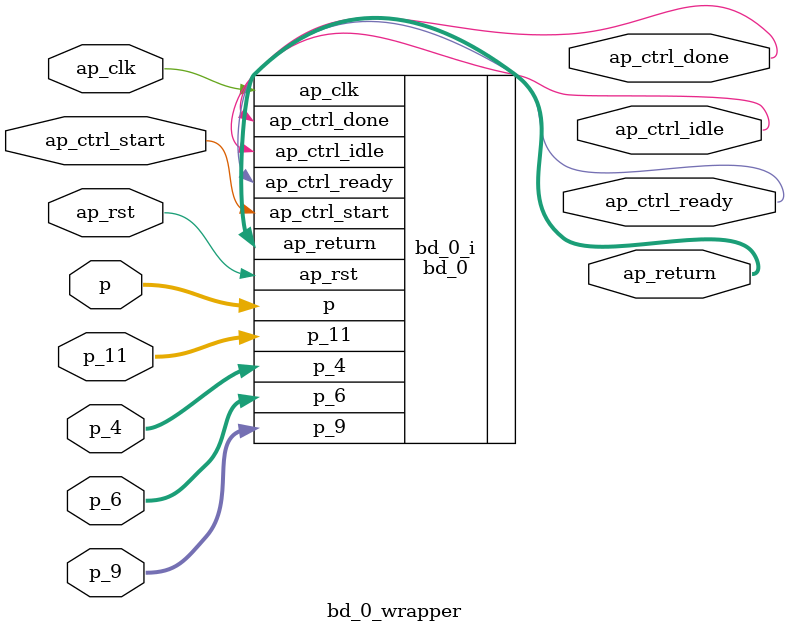
<source format=v>
`timescale 1 ps / 1 ps

module bd_0_wrapper
   (ap_clk,
    ap_ctrl_done,
    ap_ctrl_idle,
    ap_ctrl_ready,
    ap_ctrl_start,
    ap_return,
    ap_rst,
    p,
    p_11,
    p_4,
    p_6,
    p_9);
  input ap_clk;
  output ap_ctrl_done;
  output ap_ctrl_idle;
  output ap_ctrl_ready;
  input ap_ctrl_start;
  output [63:0]ap_return;
  input ap_rst;
  input [63:0]p;
  input [15:0]p_11;
  input [63:0]p_4;
  input [63:0]p_6;
  input [31:0]p_9;

  wire ap_clk;
  wire ap_ctrl_done;
  wire ap_ctrl_idle;
  wire ap_ctrl_ready;
  wire ap_ctrl_start;
  wire [63:0]ap_return;
  wire ap_rst;
  wire [63:0]p;
  wire [15:0]p_11;
  wire [63:0]p_4;
  wire [63:0]p_6;
  wire [31:0]p_9;

  bd_0 bd_0_i
       (.ap_clk(ap_clk),
        .ap_ctrl_done(ap_ctrl_done),
        .ap_ctrl_idle(ap_ctrl_idle),
        .ap_ctrl_ready(ap_ctrl_ready),
        .ap_ctrl_start(ap_ctrl_start),
        .ap_return(ap_return),
        .ap_rst(ap_rst),
        .p(p),
        .p_11(p_11),
        .p_4(p_4),
        .p_6(p_6),
        .p_9(p_9));
endmodule

</source>
